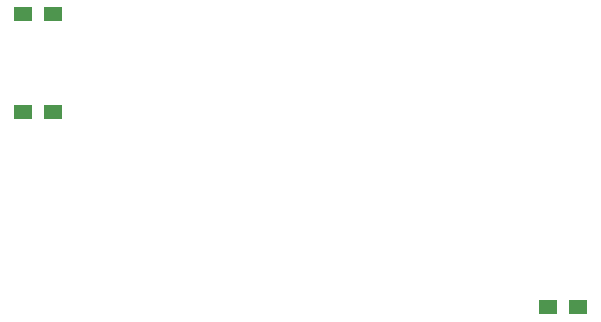
<source format=gbr>
G04 #@! TF.FileFunction,Paste,Bot*
%FSLAX46Y46*%
G04 Gerber Fmt 4.6, Leading zero omitted, Abs format (unit mm)*
G04 Created by KiCad (PCBNEW 4.0.7) date Sun Feb 25 13:05:14 2018*
%MOMM*%
%LPD*%
G01*
G04 APERTURE LIST*
%ADD10C,0.100000*%
%ADD11R,1.500000X1.250000*%
G04 APERTURE END LIST*
D10*
D11*
X121960000Y-98425000D03*
X124460000Y-98425000D03*
X79990000Y-73660000D03*
X77490000Y-73660000D03*
X77490000Y-81915000D03*
X79990000Y-81915000D03*
M02*

</source>
